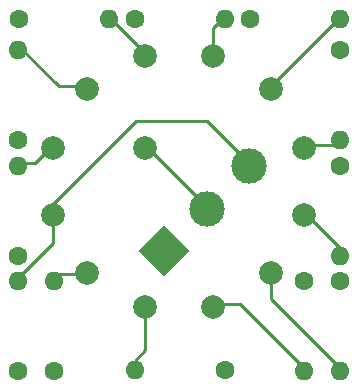
<source format=gbr>
%TF.GenerationSoftware,KiCad,Pcbnew,7.0.6*%
%TF.CreationDate,2023-09-19T12:43:23+08:00*%
%TF.ProjectId,Control Panel Selector Switch Board,436f6e74-726f-46c2-9050-616e656c2053,rev?*%
%TF.SameCoordinates,Original*%
%TF.FileFunction,Copper,L1,Top*%
%TF.FilePolarity,Positive*%
%FSLAX46Y46*%
G04 Gerber Fmt 4.6, Leading zero omitted, Abs format (unit mm)*
G04 Created by KiCad (PCBNEW 7.0.6) date 2023-09-19 12:43:23*
%MOMM*%
%LPD*%
G01*
G04 APERTURE LIST*
G04 Aperture macros list*
%AMRotRect*
0 Rectangle, with rotation*
0 The origin of the aperture is its center*
0 $1 length*
0 $2 width*
0 $3 Rotation angle, in degrees counterclockwise*
0 Add horizontal line*
21,1,$1,$2,0,0,$3*%
G04 Aperture macros list end*
%TA.AperFunction,ComponentPad*%
%ADD10C,2.000000*%
%TD*%
%TA.AperFunction,ComponentPad*%
%ADD11C,1.600000*%
%TD*%
%TA.AperFunction,ComponentPad*%
%ADD12O,1.600000X1.600000*%
%TD*%
%TA.AperFunction,ComponentPad*%
%ADD13RotRect,3.000000X3.000000X45.000000*%
%TD*%
%TA.AperFunction,ComponentPad*%
%ADD14C,3.000000*%
%TD*%
%TA.AperFunction,Conductor*%
%ADD15C,0.250000*%
%TD*%
G04 APERTURE END LIST*
D10*
%TO.P,J6,1,Pin_1*%
%TO.N,Net-(J6-Pin_1)*%
X13453610Y-235419D03*
%TD*%
%TO.P,J3,1,Pin_1*%
%TO.N,Net-(J3-Pin_1)*%
X-18582Y7542756D03*
%TD*%
%TO.P,J9,1,Pin_1*%
%TO.N,Net-(J9-Pin_1)*%
X5675436Y-13707610D03*
%TD*%
%TO.P,J4,1,Pin_1*%
%TO.N,Net-(J4-Pin_1)*%
X5675437Y7542756D03*
%TD*%
%TO.P,J11,1,Pin_1*%
%TO.N,Net-(J11-Pin_1)*%
X-4949748Y-10860603D03*
%TD*%
%TO.P,J10,1,Pin_1*%
%TO.N,Net-(J10-Pin_1)*%
X-18582Y-13707612D03*
%TD*%
%TO.P,J2,1,Pin_1*%
%TO.N,Net-(J2-Pin_1)*%
X-4949749Y4695747D03*
%TD*%
%TO.P,J12,1,Pin_1*%
%TO.N,Net-(J12-Pin_1)*%
X-7796756Y-5929437D03*
%TD*%
%TO.P,J13,1,Pin_1*%
%TO.N,Net-(J13-Pin_1)*%
X0Y-254000D03*
%TD*%
%TO.P,J5,1,Pin_1*%
%TO.N,Net-(J5-Pin_1)*%
X10606601Y4695748D03*
%TD*%
%TO.P,J1,1,Pin_1*%
%TO.N,Net-(J1-Pin_1)*%
X-7796757Y-235417D03*
%TD*%
%TO.P,J7,1,Pin_1*%
%TO.N,Net-(J7-Pin_1)*%
X13453611Y-5929437D03*
%TD*%
%TO.P,J8,1,Pin_1*%
%TO.N,Net-(J8-Pin_1)*%
X10606602Y-10860602D03*
%TD*%
D11*
%TO.P,R6,1*%
%TO.N,Net-(J5-Pin_1)*%
X16510000Y8001000D03*
D12*
%TO.P,R6,2*%
%TO.N,Net-(J6-Pin_1)*%
X16510000Y381000D03*
%TD*%
D11*
%TO.P,R1,1*%
%TO.N,Net-(J14-Pin_1)*%
X-10795000Y-9398000D03*
D12*
%TO.P,R1,2*%
%TO.N,Net-(J1-Pin_1)*%
X-10795000Y-1778000D03*
%TD*%
D13*
%TO.P,J14,1,Pin_1*%
%TO.N,Net-(J14-Pin_1)*%
X1602133Y-8989282D03*
D14*
%TO.P,J14,2,Pin_2*%
%TO.N,Net-(J13-Pin_1)*%
X5194235Y-5397180D03*
%TO.P,J14,3,Pin_3*%
%TO.N,Net-(J12-Pin_1)*%
X8786338Y-1805077D03*
%TD*%
D11*
%TO.P,R5,1*%
%TO.N,Net-(J4-Pin_1)*%
X8890000Y10668000D03*
D12*
%TO.P,R5,2*%
%TO.N,Net-(J5-Pin_1)*%
X16510000Y10668000D03*
%TD*%
D11*
%TO.P,R2,1*%
%TO.N,Net-(J1-Pin_1)*%
X-10795000Y381000D03*
D12*
%TO.P,R2,2*%
%TO.N,Net-(J2-Pin_1)*%
X-10795000Y8001000D03*
%TD*%
D11*
%TO.P,R8,1*%
%TO.N,Net-(J7-Pin_1)*%
X16510000Y-11557000D03*
D12*
%TO.P,R8,2*%
%TO.N,Net-(J8-Pin_1)*%
X16510000Y-19177000D03*
%TD*%
D11*
%TO.P,R7,1*%
%TO.N,Net-(J6-Pin_1)*%
X16510000Y-1778000D03*
D12*
%TO.P,R7,2*%
%TO.N,Net-(J7-Pin_1)*%
X16510000Y-9398000D03*
%TD*%
D11*
%TO.P,R4,1*%
%TO.N,Net-(J3-Pin_1)*%
X-889000Y10668000D03*
D12*
%TO.P,R4,2*%
%TO.N,Net-(J4-Pin_1)*%
X6731000Y10668000D03*
%TD*%
D11*
%TO.P,R11,1*%
%TO.N,Net-(J10-Pin_1)*%
X-7747000Y-19177000D03*
D12*
%TO.P,R11,2*%
%TO.N,Net-(J11-Pin_1)*%
X-7747000Y-11557000D03*
%TD*%
D11*
%TO.P,R9,1*%
%TO.N,Net-(J8-Pin_1)*%
X13462000Y-11557000D03*
D12*
%TO.P,R9,2*%
%TO.N,Net-(J9-Pin_1)*%
X13462000Y-19177000D03*
%TD*%
D11*
%TO.P,R10,1*%
%TO.N,Net-(J9-Pin_1)*%
X6731000Y-19050000D03*
D12*
%TO.P,R10,2*%
%TO.N,Net-(J10-Pin_1)*%
X-889000Y-19050000D03*
%TD*%
D11*
%TO.P,R3,1*%
%TO.N,Net-(J2-Pin_1)*%
X-10668000Y10668000D03*
D12*
%TO.P,R3,2*%
%TO.N,Net-(J3-Pin_1)*%
X-3048000Y10668000D03*
%TD*%
D11*
%TO.P,R12,1*%
%TO.N,Net-(J11-Pin_1)*%
X-10795000Y-19177000D03*
D12*
%TO.P,R12,2*%
%TO.N,Net-(J12-Pin_1)*%
X-10795000Y-11557000D03*
%TD*%
D15*
%TO.N,Net-(J1-Pin_1)*%
X-7796757Y18583D02*
X-9339340Y-1524000D01*
X-9339340Y-1524000D02*
X-10795000Y-1524000D01*
%TO.N,Net-(J2-Pin_1)*%
X-7362747Y4949747D02*
X-10668000Y8255000D01*
X-10668000Y8255000D02*
X-10795000Y8255000D01*
X-4949749Y4949747D02*
X-7362747Y4949747D01*
%TO.N,Net-(J3-Pin_1)*%
X-18582Y7796756D02*
X-3048000Y10826174D01*
%TO.N,Net-(J4-Pin_1)*%
X5675437Y9866437D02*
X6731000Y10922000D01*
X5675437Y7796756D02*
X5675437Y9866437D01*
%TO.N,Net-(J5-Pin_1)*%
X10606601Y4949748D02*
X16510000Y10853147D01*
%TO.N,Net-(J6-Pin_1)*%
X15893581Y18581D02*
X16510000Y635000D01*
X13453610Y18581D02*
X15893581Y18581D01*
%TO.N,Net-(J7-Pin_1)*%
X16510000Y-8731826D02*
X16510000Y-9144000D01*
X13453611Y-5675437D02*
X16510000Y-8731826D01*
%TO.N,Net-(J8-Pin_1)*%
X10606602Y-10606602D02*
X10606602Y-13019602D01*
X10606602Y-13019602D02*
X16510000Y-18923000D01*
%TO.N,Net-(J9-Pin_1)*%
X5675436Y-13453610D02*
X7992610Y-13453610D01*
X7992610Y-13453610D02*
X13462000Y-18923000D01*
%TO.N,Net-(J10-Pin_1)*%
X-18582Y-13453612D02*
X-18582Y-17417582D01*
X-18582Y-17417582D02*
X-889000Y-18288000D01*
%TO.N,Net-(J11-Pin_1)*%
X-5265145Y-10922000D02*
X-7366000Y-10922000D01*
X-4949748Y-10606603D02*
X-5265145Y-10922000D01*
X-7366000Y-10922000D02*
X-7747000Y-11303000D01*
%TO.N,Net-(J12-Pin_1)*%
X5203261Y2032000D02*
X8786338Y-1551077D01*
X-762000Y2032000D02*
X5203261Y2032000D01*
X-7796756Y-8304756D02*
X-10795000Y-11303000D01*
X-7796756Y-5675437D02*
X-7796756Y-5002756D01*
X-7796756Y-5002756D02*
X-762000Y2032000D01*
X-7796756Y-5675437D02*
X-7796756Y-8304756D01*
%TO.N,Net-(J13-Pin_1)*%
X0Y0D02*
X5143180Y-5143180D01*
X5143180Y-5143180D02*
X5194235Y-5143180D01*
%TD*%
M02*

</source>
